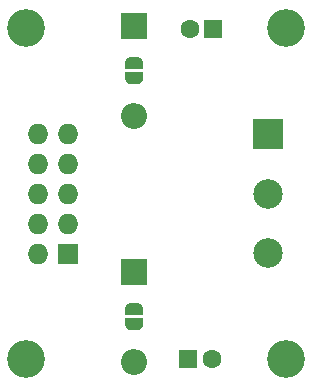
<source format=gbr>
%TF.GenerationSoftware,KiCad,Pcbnew,5.1.8-db9833491~87~ubuntu20.04.1*%
%TF.CreationDate,2020-11-21T13:57:41-05:00*%
%TF.ProjectId,powerbreakout,706f7765-7262-4726-9561-6b6f75742e6b,rev?*%
%TF.SameCoordinates,Original*%
%TF.FileFunction,Soldermask,Bot*%
%TF.FilePolarity,Negative*%
%FSLAX46Y46*%
G04 Gerber Fmt 4.6, Leading zero omitted, Abs format (unit mm)*
G04 Created by KiCad (PCBNEW 5.1.8-db9833491~87~ubuntu20.04.1) date 2020-11-21 13:57:41*
%MOMM*%
%LPD*%
G01*
G04 APERTURE LIST*
%ADD10C,0.100000*%
%ADD11C,3.200000*%
%ADD12C,2.500000*%
%ADD13R,2.500000X2.500000*%
%ADD14O,1.727200X1.727200*%
%ADD15R,1.727200X1.727200*%
%ADD16O,2.200000X2.200000*%
%ADD17R,2.200000X2.200000*%
%ADD18C,1.600000*%
%ADD19R,1.600000X1.600000*%
G04 APERTURE END LIST*
D10*
%TO.C,JP2*%
G36*
X8877398Y-11064000D02*
G01*
X8877398Y-11088534D01*
X8872588Y-11137365D01*
X8863016Y-11185490D01*
X8848772Y-11232445D01*
X8829995Y-11277778D01*
X8806864Y-11321051D01*
X8779604Y-11361850D01*
X8748476Y-11399779D01*
X8713779Y-11434476D01*
X8675850Y-11465604D01*
X8635051Y-11492864D01*
X8591778Y-11515995D01*
X8546445Y-11534772D01*
X8499490Y-11549016D01*
X8451365Y-11558588D01*
X8402534Y-11563398D01*
X8378000Y-11563398D01*
X8378000Y-11564000D01*
X7878000Y-11564000D01*
X7878000Y-11563398D01*
X7853466Y-11563398D01*
X7804635Y-11558588D01*
X7756510Y-11549016D01*
X7709555Y-11534772D01*
X7664222Y-11515995D01*
X7620949Y-11492864D01*
X7580150Y-11465604D01*
X7542221Y-11434476D01*
X7507524Y-11399779D01*
X7476396Y-11361850D01*
X7449136Y-11321051D01*
X7426005Y-11277778D01*
X7407228Y-11232445D01*
X7392984Y-11185490D01*
X7383412Y-11137365D01*
X7378602Y-11088534D01*
X7378602Y-11064000D01*
X7378000Y-11064000D01*
X7378000Y-10564000D01*
X8878000Y-10564000D01*
X8878000Y-11064000D01*
X8877398Y-11064000D01*
G37*
G36*
X7378000Y-10264000D02*
G01*
X7378000Y-9764000D01*
X7378602Y-9764000D01*
X7378602Y-9739466D01*
X7383412Y-9690635D01*
X7392984Y-9642510D01*
X7407228Y-9595555D01*
X7426005Y-9550222D01*
X7449136Y-9506949D01*
X7476396Y-9466150D01*
X7507524Y-9428221D01*
X7542221Y-9393524D01*
X7580150Y-9362396D01*
X7620949Y-9335136D01*
X7664222Y-9312005D01*
X7709555Y-9293228D01*
X7756510Y-9278984D01*
X7804635Y-9269412D01*
X7853466Y-9264602D01*
X7878000Y-9264602D01*
X7878000Y-9264000D01*
X8378000Y-9264000D01*
X8378000Y-9264602D01*
X8402534Y-9264602D01*
X8451365Y-9269412D01*
X8499490Y-9278984D01*
X8546445Y-9293228D01*
X8591778Y-9312005D01*
X8635051Y-9335136D01*
X8675850Y-9362396D01*
X8713779Y-9393524D01*
X8748476Y-9428221D01*
X8779604Y-9466150D01*
X8806864Y-9506949D01*
X8829995Y-9550222D01*
X8848772Y-9595555D01*
X8863016Y-9642510D01*
X8872588Y-9690635D01*
X8877398Y-9739466D01*
X8877398Y-9764000D01*
X8878000Y-9764000D01*
X8878000Y-10264000D01*
X7378000Y-10264000D01*
G37*
%TD*%
%TO.C,JP1*%
G36*
X7378602Y11064000D02*
G01*
X7378602Y11088534D01*
X7383412Y11137365D01*
X7392984Y11185490D01*
X7407228Y11232445D01*
X7426005Y11277778D01*
X7449136Y11321051D01*
X7476396Y11361850D01*
X7507524Y11399779D01*
X7542221Y11434476D01*
X7580150Y11465604D01*
X7620949Y11492864D01*
X7664222Y11515995D01*
X7709555Y11534772D01*
X7756510Y11549016D01*
X7804635Y11558588D01*
X7853466Y11563398D01*
X7878000Y11563398D01*
X7878000Y11564000D01*
X8378000Y11564000D01*
X8378000Y11563398D01*
X8402534Y11563398D01*
X8451365Y11558588D01*
X8499490Y11549016D01*
X8546445Y11534772D01*
X8591778Y11515995D01*
X8635051Y11492864D01*
X8675850Y11465604D01*
X8713779Y11434476D01*
X8748476Y11399779D01*
X8779604Y11361850D01*
X8806864Y11321051D01*
X8829995Y11277778D01*
X8848772Y11232445D01*
X8863016Y11185490D01*
X8872588Y11137365D01*
X8877398Y11088534D01*
X8877398Y11064000D01*
X8878000Y11064000D01*
X8878000Y10564000D01*
X7378000Y10564000D01*
X7378000Y11064000D01*
X7378602Y11064000D01*
G37*
G36*
X8878000Y10264000D02*
G01*
X8878000Y9764000D01*
X8877398Y9764000D01*
X8877398Y9739466D01*
X8872588Y9690635D01*
X8863016Y9642510D01*
X8848772Y9595555D01*
X8829995Y9550222D01*
X8806864Y9506949D01*
X8779604Y9466150D01*
X8748476Y9428221D01*
X8713779Y9393524D01*
X8675850Y9362396D01*
X8635051Y9335136D01*
X8591778Y9312005D01*
X8546445Y9293228D01*
X8499490Y9278984D01*
X8451365Y9269412D01*
X8402534Y9264602D01*
X8378000Y9264602D01*
X8378000Y9264000D01*
X7878000Y9264000D01*
X7878000Y9264602D01*
X7853466Y9264602D01*
X7804635Y9269412D01*
X7756510Y9278984D01*
X7709555Y9293228D01*
X7664222Y9312005D01*
X7620949Y9335136D01*
X7580150Y9362396D01*
X7542221Y9393524D01*
X7507524Y9428221D01*
X7476396Y9466150D01*
X7449136Y9506949D01*
X7426005Y9550222D01*
X7407228Y9595555D01*
X7392984Y9642510D01*
X7383412Y9690635D01*
X7378602Y9739466D01*
X7378602Y9764000D01*
X7378000Y9764000D01*
X7378000Y10264000D01*
X8878000Y10264000D01*
G37*
%TD*%
D11*
%TO.C,REF\u002A\u002A*%
X21000000Y-14000000D03*
%TD*%
%TO.C,REF\u002A\u002A*%
X-1000000Y-14000000D03*
%TD*%
%TO.C,REF\u002A\u002A*%
X-1000000Y14000000D03*
%TD*%
%TO.C,REF\u002A\u002A*%
X21000000Y14000000D03*
%TD*%
D12*
%TO.C,J2*%
X19431000Y-5000000D03*
X19431000Y0D03*
D13*
X19431000Y5000000D03*
%TD*%
D14*
%TO.C,J1*%
X0Y5080000D03*
X2540000Y5080000D03*
X0Y2540000D03*
X2540000Y2540000D03*
X0Y0D03*
X2540000Y0D03*
X0Y-2540000D03*
X2540000Y-2540000D03*
X0Y-5080000D03*
D15*
X2540000Y-5080000D03*
%TD*%
D16*
%TO.C,D2*%
X8128000Y-14224000D03*
D17*
X8128000Y-6604000D03*
%TD*%
D16*
%TO.C,D1*%
X8128000Y6604000D03*
D17*
X8128000Y14224000D03*
%TD*%
D18*
%TO.C,C2*%
X14700000Y-13970000D03*
D19*
X12700000Y-13970000D03*
%TD*%
D18*
%TO.C,C1*%
X12827000Y13970000D03*
D19*
X14827000Y13970000D03*
%TD*%
M02*

</source>
